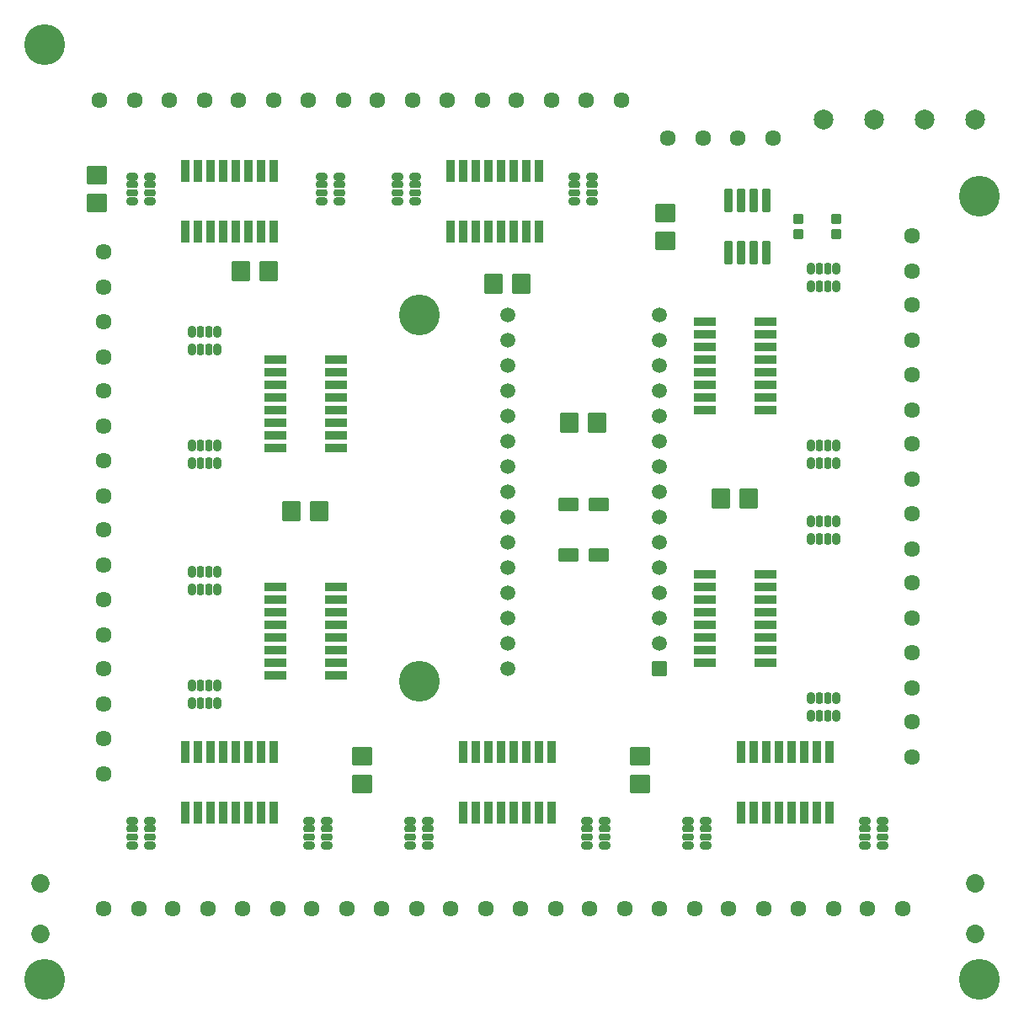
<source format=gbr>
%TF.GenerationSoftware,KiCad,Pcbnew,(6.0.9)*%
%TF.CreationDate,2023-02-21T16:03:54-05:00*%
%TF.ProjectId,CMRI_SMD_72IN_Nano_v1,434d5249-5f53-44d4-945f-3732494e5f4e,rev?*%
%TF.SameCoordinates,Original*%
%TF.FileFunction,Soldermask,Top*%
%TF.FilePolarity,Negative*%
%FSLAX46Y46*%
G04 Gerber Fmt 4.6, Leading zero omitted, Abs format (unit mm)*
G04 Created by KiCad (PCBNEW (6.0.9)) date 2023-02-21 16:03:54*
%MOMM*%
%LPD*%
G01*
G04 APERTURE LIST*
G04 Aperture macros list*
%AMRoundRect*
0 Rectangle with rounded corners*
0 $1 Rounding radius*
0 $2 $3 $4 $5 $6 $7 $8 $9 X,Y pos of 4 corners*
0 Add a 4 corners polygon primitive as box body*
4,1,4,$2,$3,$4,$5,$6,$7,$8,$9,$2,$3,0*
0 Add four circle primitives for the rounded corners*
1,1,$1+$1,$2,$3*
1,1,$1+$1,$4,$5*
1,1,$1+$1,$6,$7*
1,1,$1+$1,$8,$9*
0 Add four rect primitives between the rounded corners*
20,1,$1+$1,$2,$3,$4,$5,0*
20,1,$1+$1,$4,$5,$6,$7,0*
20,1,$1+$1,$6,$7,$8,$9,0*
20,1,$1+$1,$8,$9,$2,$3,0*%
G04 Aperture macros list end*
%ADD10C,4.100000*%
%ADD11C,1.611200*%
%ADD12RoundRect,0.101600X0.900000X0.600000X-0.900000X0.600000X-0.900000X-0.600000X0.900000X-0.600000X0*%
%ADD13RoundRect,0.101600X1.016000X-0.330200X1.016000X0.330200X-1.016000X0.330200X-1.016000X-0.330200X0*%
%ADD14RoundRect,0.254100X-0.297500X-0.152500X0.297500X-0.152500X0.297500X0.152500X-0.297500X0.152500X0*%
%ADD15RoundRect,0.234100X-0.317500X-0.132500X0.317500X-0.132500X0.317500X0.132500X-0.317500X0.132500X0*%
%ADD16RoundRect,0.254100X0.297500X0.152500X-0.297500X0.152500X-0.297500X-0.152500X0.297500X-0.152500X0*%
%ADD17RoundRect,0.234100X0.317500X0.132500X-0.317500X0.132500X-0.317500X-0.132500X0.317500X-0.132500X0*%
%ADD18RoundRect,0.101600X-0.300000X-1.100000X0.300000X-1.100000X0.300000X1.100000X-0.300000X1.100000X0*%
%ADD19RoundRect,0.254100X-0.152500X0.297500X-0.152500X-0.297500X0.152500X-0.297500X0.152500X0.297500X0*%
%ADD20RoundRect,0.234100X-0.132500X0.317500X-0.132500X-0.317500X0.132500X-0.317500X0.132500X0.317500X0*%
%ADD21RoundRect,0.254100X0.152500X-0.297500X0.152500X0.297500X-0.152500X0.297500X-0.152500X-0.297500X0*%
%ADD22RoundRect,0.234100X0.132500X-0.317500X0.132500X0.317500X-0.132500X0.317500X-0.132500X-0.317500X0*%
%ADD23RoundRect,0.101600X0.800000X0.900000X-0.800000X0.900000X-0.800000X-0.900000X0.800000X-0.900000X0*%
%ADD24RoundRect,0.101600X-1.016000X0.330200X-1.016000X-0.330200X1.016000X-0.330200X1.016000X0.330200X0*%
%ADD25RoundRect,0.101600X0.900000X-0.800000X0.900000X0.800000X-0.900000X0.800000X-0.900000X-0.800000X0*%
%ADD26RoundRect,0.101600X-0.800000X-0.900000X0.800000X-0.900000X0.800000X0.900000X-0.800000X0.900000X0*%
%ADD27C,1.993900*%
%ADD28RoundRect,0.101600X-0.330200X-1.016000X0.330200X-1.016000X0.330200X1.016000X-0.330200X1.016000X0*%
%ADD29RoundRect,0.101600X-0.400000X-0.400000X0.400000X-0.400000X0.400000X0.400000X-0.400000X0.400000X0*%
%ADD30C,1.853200*%
%ADD31RoundRect,0.101600X0.654000X-0.654000X0.654000X0.654000X-0.654000X0.654000X-0.654000X-0.654000X0*%
%ADD32C,1.511200*%
G04 APERTURE END LIST*
D10*
%TO.C,*%
X195580000Y-73660000D03*
%TD*%
%TO.C,*%
X101600000Y-152400000D03*
%TD*%
%TO.C,*%
X195580000Y-152400000D03*
%TD*%
%TO.C,*%
X101600000Y-58420000D03*
%TD*%
D11*
%TO.C,X31*%
X142430600Y-145316100D03*
X145986600Y-145316100D03*
%TD*%
%TO.C,X32*%
X135445600Y-145316100D03*
X139001600Y-145316100D03*
%TD*%
D12*
%TO.C,R20*%
X157264600Y-104676100D03*
X154266600Y-104676100D03*
%TD*%
D13*
%TO.C,IC7*%
X174079000Y-120551100D03*
X174079000Y-119281100D03*
X174079000Y-118011100D03*
X174079000Y-116741100D03*
X174079000Y-115471100D03*
X174079000Y-114201100D03*
X174079000Y-112931100D03*
X174079000Y-111661100D03*
X167932200Y-111661100D03*
X167932200Y-112931100D03*
X167932200Y-114201100D03*
X167932200Y-115471100D03*
X167932200Y-116741100D03*
X167932200Y-118011100D03*
X167932200Y-119281100D03*
X167932200Y-120551100D03*
%TD*%
D11*
%TO.C,X21*%
X188785600Y-109121100D03*
X188785600Y-105565100D03*
%TD*%
D10*
%TO.C,H2*%
X139255600Y-122456100D03*
%TD*%
D11*
%TO.C,X15*%
X152590600Y-64036100D03*
X149034600Y-64036100D03*
%TD*%
%TO.C,X40*%
X174815600Y-67846100D03*
X171259600Y-67846100D03*
%TD*%
D14*
%TO.C,R13*%
X184090600Y-136456100D03*
D15*
X184090600Y-137296100D03*
X184090600Y-138096100D03*
D14*
X184090600Y-138936100D03*
D16*
X185860600Y-138936100D03*
D17*
X185860600Y-138096100D03*
X185860600Y-137296100D03*
D16*
X185860600Y-136456100D03*
%TD*%
D11*
%TO.C,X29*%
X156400600Y-145316100D03*
X159956600Y-145316100D03*
%TD*%
D18*
%TO.C,IC11*%
X170370600Y-79336100D03*
X171640600Y-79336100D03*
X172910600Y-79336100D03*
X174180600Y-79336100D03*
X174180600Y-74136100D03*
X172910600Y-74136100D03*
X171640600Y-74136100D03*
X170370600Y-74136100D03*
%TD*%
D11*
%TO.C,X4*%
X107505600Y-107216100D03*
X107505600Y-110772100D03*
%TD*%
D10*
%TO.C,H1*%
X139255600Y-85626100D03*
%TD*%
D11*
%TO.C,X20*%
X188785600Y-102136100D03*
X188785600Y-98580100D03*
%TD*%
D19*
%TO.C,R2*%
X118905600Y-111411100D03*
D20*
X118065600Y-111411100D03*
X117265600Y-111411100D03*
D19*
X116425600Y-111411100D03*
D21*
X116425600Y-113181100D03*
D22*
X117265600Y-113181100D03*
X118065600Y-113181100D03*
D21*
X118905600Y-113181100D03*
%TD*%
D19*
%TO.C,R4*%
X118905600Y-87281100D03*
D20*
X118065600Y-87281100D03*
X117265600Y-87281100D03*
D19*
X116425600Y-87281100D03*
D21*
X116425600Y-89051100D03*
D22*
X117265600Y-89051100D03*
X118065600Y-89051100D03*
D21*
X118905600Y-89051100D03*
%TD*%
D23*
%TO.C,C9*%
X172405600Y-104041100D03*
X169605600Y-104041100D03*
%TD*%
D24*
%TO.C,IC2*%
X124752200Y-90071100D03*
X124752200Y-91341100D03*
X124752200Y-92611100D03*
X124752200Y-93881100D03*
X124752200Y-95151100D03*
X124752200Y-96421100D03*
X124752200Y-97691100D03*
X124752200Y-98961100D03*
X130899000Y-98961100D03*
X130899000Y-97691100D03*
X130899000Y-96421100D03*
X130899000Y-95151100D03*
X130899000Y-93881100D03*
X130899000Y-92611100D03*
X130899000Y-91341100D03*
X130899000Y-90071100D03*
%TD*%
D11*
%TO.C,X19*%
X188785600Y-95151100D03*
X188785600Y-91595100D03*
%TD*%
D14*
%TO.C,R6*%
X129480600Y-71686100D03*
D15*
X129480600Y-72526100D03*
X129480600Y-73326100D03*
D14*
X129480600Y-74166100D03*
D16*
X131250600Y-74166100D03*
D17*
X131250600Y-73326100D03*
X131250600Y-72526100D03*
D16*
X131250600Y-71686100D03*
%TD*%
D25*
%TO.C,C5*%
X106870600Y-74326100D03*
X106870600Y-71526100D03*
%TD*%
D19*
%TO.C,R1*%
X118905600Y-122841100D03*
D20*
X118065600Y-122841100D03*
X117265600Y-122841100D03*
D19*
X116425600Y-122841100D03*
D21*
X116425600Y-124611100D03*
D22*
X117265600Y-124611100D03*
X118065600Y-124611100D03*
D21*
X118905600Y-124611100D03*
%TD*%
D19*
%TO.C,R3*%
X118905600Y-98711100D03*
D20*
X118065600Y-98711100D03*
X117265600Y-98711100D03*
D19*
X116425600Y-98711100D03*
D21*
X116425600Y-100481100D03*
D22*
X117265600Y-100481100D03*
X118065600Y-100481100D03*
D21*
X118905600Y-100481100D03*
%TD*%
D11*
%TO.C,X24*%
X188785600Y-130076100D03*
X188785600Y-126520100D03*
%TD*%
D25*
%TO.C,C2*%
X161480600Y-132746100D03*
X161480600Y-129946100D03*
%TD*%
D23*
%TO.C,C4*%
X157165600Y-96421100D03*
X154365600Y-96421100D03*
%TD*%
D11*
%TO.C,X9*%
X110680600Y-64036100D03*
X107124600Y-64036100D03*
%TD*%
D26*
%TO.C,C3*%
X126425600Y-105311100D03*
X129225600Y-105311100D03*
%TD*%
D27*
%TO.C,X37*%
X195135600Y-65941100D03*
X190055600Y-65941100D03*
%TD*%
D21*
%TO.C,R12*%
X178655600Y-125881100D03*
D22*
X179495600Y-125881100D03*
X180295600Y-125881100D03*
D21*
X181135600Y-125881100D03*
D19*
X181135600Y-124111100D03*
D20*
X180295600Y-124111100D03*
X179495600Y-124111100D03*
D19*
X178655600Y-124111100D03*
%TD*%
D21*
%TO.C,R9*%
X178655600Y-82701100D03*
D22*
X179495600Y-82701100D03*
X180295600Y-82701100D03*
D21*
X181135600Y-82701100D03*
D19*
X181135600Y-80931100D03*
D20*
X180295600Y-80931100D03*
X179495600Y-80931100D03*
D19*
X178655600Y-80931100D03*
%TD*%
D11*
%TO.C,X12*%
X131635600Y-64036100D03*
X128079600Y-64036100D03*
%TD*%
D26*
%TO.C,C7*%
X121345600Y-81181100D03*
X124145600Y-81181100D03*
%TD*%
D11*
%TO.C,X28*%
X163385600Y-145316100D03*
X166941600Y-145316100D03*
%TD*%
D14*
%TO.C,R5*%
X110430600Y-71686100D03*
D15*
X110430600Y-72526100D03*
X110430600Y-73326100D03*
D14*
X110430600Y-74166100D03*
D16*
X112200600Y-74166100D03*
D17*
X112200600Y-73326100D03*
X112200600Y-72526100D03*
D16*
X112200600Y-71686100D03*
%TD*%
D11*
%TO.C,X14*%
X145605600Y-64036100D03*
X142049600Y-64036100D03*
%TD*%
%TO.C,X10*%
X117665600Y-64036100D03*
X114109600Y-64036100D03*
%TD*%
D14*
%TO.C,R18*%
X110430600Y-136456100D03*
D15*
X110430600Y-137296100D03*
X110430600Y-138096100D03*
D14*
X110430600Y-138936100D03*
D16*
X112200600Y-138936100D03*
D17*
X112200600Y-138096100D03*
X112200600Y-137296100D03*
D16*
X112200600Y-136456100D03*
%TD*%
D11*
%TO.C,X36*%
X107505600Y-145316100D03*
X111061600Y-145316100D03*
%TD*%
%TO.C,X7*%
X107505600Y-86261100D03*
X107505600Y-89817100D03*
%TD*%
D25*
%TO.C,C8*%
X164020600Y-78136100D03*
X164020600Y-75336100D03*
%TD*%
D27*
%TO.C,X38*%
X184975600Y-65941100D03*
X179895600Y-65941100D03*
%TD*%
D24*
%TO.C,IC1*%
X124752200Y-112931100D03*
X124752200Y-114201100D03*
X124752200Y-115471100D03*
X124752200Y-116741100D03*
X124752200Y-118011100D03*
X124752200Y-119281100D03*
X124752200Y-120551100D03*
X124752200Y-121821100D03*
X130899000Y-121821100D03*
X130899000Y-120551100D03*
X130899000Y-119281100D03*
X130899000Y-118011100D03*
X130899000Y-116741100D03*
X130899000Y-115471100D03*
X130899000Y-114201100D03*
X130899000Y-112931100D03*
%TD*%
D11*
%TO.C,X35*%
X114490600Y-145316100D03*
X118046600Y-145316100D03*
%TD*%
D28*
%TO.C,IC9*%
X143700600Y-135689500D03*
X144970600Y-135689500D03*
X146240600Y-135689500D03*
X147510600Y-135689500D03*
X148780600Y-135689500D03*
X150050600Y-135689500D03*
X151320600Y-135689500D03*
X152590600Y-135689500D03*
X152590600Y-129542700D03*
X151320600Y-129542700D03*
X150050600Y-129542700D03*
X148780600Y-129542700D03*
X147510600Y-129542700D03*
X146240600Y-129542700D03*
X144970600Y-129542700D03*
X143700600Y-129542700D03*
%TD*%
D29*
%TO.C,L2*%
X177355600Y-77486100D03*
X177355600Y-75986100D03*
%TD*%
D11*
%TO.C,X34*%
X121475600Y-145316100D03*
X125031600Y-145316100D03*
%TD*%
D21*
%TO.C,R10*%
X178655600Y-100481100D03*
D22*
X179495600Y-100481100D03*
X180295600Y-100481100D03*
D21*
X181135600Y-100481100D03*
D19*
X181135600Y-98711100D03*
D20*
X180295600Y-98711100D03*
X179495600Y-98711100D03*
D19*
X178655600Y-98711100D03*
%TD*%
D12*
%TO.C,R19*%
X157264600Y-109756100D03*
X154266600Y-109756100D03*
%TD*%
D28*
%TO.C,IC3*%
X115760600Y-77269500D03*
X117030600Y-77269500D03*
X118300600Y-77269500D03*
X119570600Y-77269500D03*
X120840600Y-77269500D03*
X122110600Y-77269500D03*
X123380600Y-77269500D03*
X124650600Y-77269500D03*
X124650600Y-71122700D03*
X123380600Y-71122700D03*
X122110600Y-71122700D03*
X120840600Y-71122700D03*
X119570600Y-71122700D03*
X118300600Y-71122700D03*
X117030600Y-71122700D03*
X115760600Y-71122700D03*
%TD*%
D11*
%TO.C,X6*%
X107505600Y-93246100D03*
X107505600Y-96802100D03*
%TD*%
D30*
%TO.C,U$2*%
X195135600Y-142776100D03*
X195135600Y-147856100D03*
%TD*%
D11*
%TO.C,X23*%
X188785600Y-123091100D03*
X188785600Y-119535100D03*
%TD*%
%TO.C,X22*%
X188785600Y-116106100D03*
X188785600Y-112550100D03*
%TD*%
%TO.C,X27*%
X170370600Y-145316100D03*
X173926600Y-145316100D03*
%TD*%
D29*
%TO.C,L1*%
X181165600Y-77486100D03*
X181165600Y-75986100D03*
%TD*%
D16*
%TO.C,R7*%
X156650600Y-74166100D03*
D17*
X156650600Y-73326100D03*
X156650600Y-72526100D03*
D16*
X156650600Y-71686100D03*
D14*
X154880600Y-71686100D03*
D15*
X154880600Y-72526100D03*
X154880600Y-73326100D03*
D14*
X154880600Y-74166100D03*
%TD*%
D11*
%TO.C,X8*%
X107505600Y-79276100D03*
X107505600Y-82832100D03*
%TD*%
%TO.C,X30*%
X149415600Y-145316100D03*
X152971600Y-145316100D03*
%TD*%
%TO.C,X13*%
X138620600Y-64036100D03*
X135064600Y-64036100D03*
%TD*%
%TO.C,X25*%
X184340600Y-145316100D03*
X187896600Y-145316100D03*
%TD*%
%TO.C,X18*%
X188785600Y-88166100D03*
X188785600Y-84610100D03*
%TD*%
%TO.C,X11*%
X124650600Y-64036100D03*
X121094600Y-64036100D03*
%TD*%
D14*
%TO.C,R15*%
X156150600Y-136456100D03*
D15*
X156150600Y-137296100D03*
X156150600Y-138096100D03*
D14*
X156150600Y-138936100D03*
D16*
X157920600Y-138936100D03*
D17*
X157920600Y-138096100D03*
X157920600Y-137296100D03*
D16*
X157920600Y-136456100D03*
%TD*%
D26*
%TO.C,C6*%
X146745600Y-82451100D03*
X149545600Y-82451100D03*
%TD*%
D11*
%TO.C,X26*%
X177355600Y-145316100D03*
X180911600Y-145316100D03*
%TD*%
D28*
%TO.C,IC10*%
X115760600Y-135689500D03*
X117030600Y-135689500D03*
X118300600Y-135689500D03*
X119570600Y-135689500D03*
X120840600Y-135689500D03*
X122110600Y-135689500D03*
X123380600Y-135689500D03*
X124650600Y-135689500D03*
X124650600Y-129542700D03*
X123380600Y-129542700D03*
X122110600Y-129542700D03*
X120840600Y-129542700D03*
X119570600Y-129542700D03*
X118300600Y-129542700D03*
X117030600Y-129542700D03*
X115760600Y-129542700D03*
%TD*%
D25*
%TO.C,C1*%
X133540600Y-132746100D03*
X133540600Y-129946100D03*
%TD*%
D28*
%TO.C,IC4*%
X142430600Y-77269500D03*
X143700600Y-77269500D03*
X144970600Y-77269500D03*
X146240600Y-77269500D03*
X147510600Y-77269500D03*
X148780600Y-77269500D03*
X150050600Y-77269500D03*
X151320600Y-77269500D03*
X151320600Y-71122700D03*
X150050600Y-71122700D03*
X148780600Y-71122700D03*
X147510600Y-71122700D03*
X146240600Y-71122700D03*
X144970600Y-71122700D03*
X143700600Y-71122700D03*
X142430600Y-71122700D03*
%TD*%
D11*
%TO.C,X33*%
X128460600Y-145316100D03*
X132016600Y-145316100D03*
%TD*%
%TO.C,X39*%
X167830600Y-67846100D03*
X164274600Y-67846100D03*
%TD*%
D14*
%TO.C,R8*%
X137100600Y-71686100D03*
D15*
X137100600Y-72526100D03*
X137100600Y-73326100D03*
D14*
X137100600Y-74166100D03*
D16*
X138870600Y-74166100D03*
D17*
X138870600Y-73326100D03*
X138870600Y-72526100D03*
D16*
X138870600Y-71686100D03*
%TD*%
D11*
%TO.C,X1*%
X107505600Y-128171100D03*
X107505600Y-131727100D03*
%TD*%
%TO.C,X2*%
X107505600Y-121186100D03*
X107505600Y-124742100D03*
%TD*%
D28*
%TO.C,IC8*%
X171640600Y-135689500D03*
X172910600Y-135689500D03*
X174180600Y-135689500D03*
X175450600Y-135689500D03*
X176720600Y-135689500D03*
X177990600Y-135689500D03*
X179260600Y-135689500D03*
X180530600Y-135689500D03*
X180530600Y-129542700D03*
X179260600Y-129542700D03*
X177990600Y-129542700D03*
X176720600Y-129542700D03*
X175450600Y-129542700D03*
X174180600Y-129542700D03*
X172910600Y-129542700D03*
X171640600Y-129542700D03*
%TD*%
D14*
%TO.C,R16*%
X138370600Y-136456100D03*
D15*
X138370600Y-137296100D03*
X138370600Y-138096100D03*
D14*
X138370600Y-138936100D03*
D16*
X140140600Y-138936100D03*
D17*
X140140600Y-138096100D03*
X140140600Y-137296100D03*
D16*
X140140600Y-136456100D03*
%TD*%
D11*
%TO.C,X3*%
X107505600Y-114201100D03*
X107505600Y-117757100D03*
%TD*%
D14*
%TO.C,R14*%
X166310600Y-136456100D03*
D15*
X166310600Y-137296100D03*
X166310600Y-138096100D03*
D14*
X166310600Y-138936100D03*
D16*
X168080600Y-138936100D03*
D17*
X168080600Y-138096100D03*
X168080600Y-137296100D03*
D16*
X168080600Y-136456100D03*
%TD*%
D11*
%TO.C,X16*%
X159575600Y-64036100D03*
X156019600Y-64036100D03*
%TD*%
%TO.C,X17*%
X188785600Y-81181100D03*
X188785600Y-77625100D03*
%TD*%
D21*
%TO.C,R11*%
X178655600Y-108101100D03*
D22*
X179495600Y-108101100D03*
X180295600Y-108101100D03*
D21*
X181135600Y-108101100D03*
D19*
X181135600Y-106331100D03*
D20*
X180295600Y-106331100D03*
X179495600Y-106331100D03*
D19*
X178655600Y-106331100D03*
%TD*%
D11*
%TO.C,X5*%
X107505600Y-100231100D03*
X107505600Y-103787100D03*
%TD*%
D31*
%TO.C,ARDUINO_NANO1*%
X163385600Y-121186100D03*
D32*
X163385600Y-118646100D03*
X163385600Y-116106100D03*
X163385600Y-113566100D03*
X163385600Y-111026100D03*
X163385600Y-108486100D03*
X163385600Y-105946100D03*
X163385600Y-103406100D03*
X163385600Y-100866100D03*
X163385600Y-98326100D03*
X163385600Y-95786100D03*
X163385600Y-93246100D03*
X163385600Y-90706100D03*
X163385600Y-88166100D03*
X163385600Y-85626100D03*
X148145600Y-85626100D03*
X148145600Y-88166100D03*
X148145600Y-90706100D03*
X148145600Y-93246100D03*
X148145600Y-95786100D03*
X148145600Y-98326100D03*
X148145600Y-100866100D03*
X148145600Y-103406100D03*
X148145600Y-105946100D03*
X148145600Y-108486100D03*
X148145600Y-111026100D03*
X148145600Y-113566100D03*
X148145600Y-116106100D03*
X148145600Y-118646100D03*
X148145600Y-121186100D03*
%TD*%
D30*
%TO.C,U$1*%
X101155600Y-142776100D03*
X101155600Y-147856100D03*
%TD*%
D13*
%TO.C,IC5*%
X174079000Y-95151100D03*
X174079000Y-93881100D03*
X174079000Y-92611100D03*
X174079000Y-91341100D03*
X174079000Y-90071100D03*
X174079000Y-88801100D03*
X174079000Y-87531100D03*
X174079000Y-86261100D03*
X167932200Y-86261100D03*
X167932200Y-87531100D03*
X167932200Y-88801100D03*
X167932200Y-90071100D03*
X167932200Y-91341100D03*
X167932200Y-92611100D03*
X167932200Y-93881100D03*
X167932200Y-95151100D03*
%TD*%
D14*
%TO.C,R17*%
X128210600Y-136456100D03*
D15*
X128210600Y-137296100D03*
X128210600Y-138096100D03*
D14*
X128210600Y-138936100D03*
D16*
X129980600Y-138936100D03*
D17*
X129980600Y-138096100D03*
X129980600Y-137296100D03*
D16*
X129980600Y-136456100D03*
%TD*%
M02*

</source>
